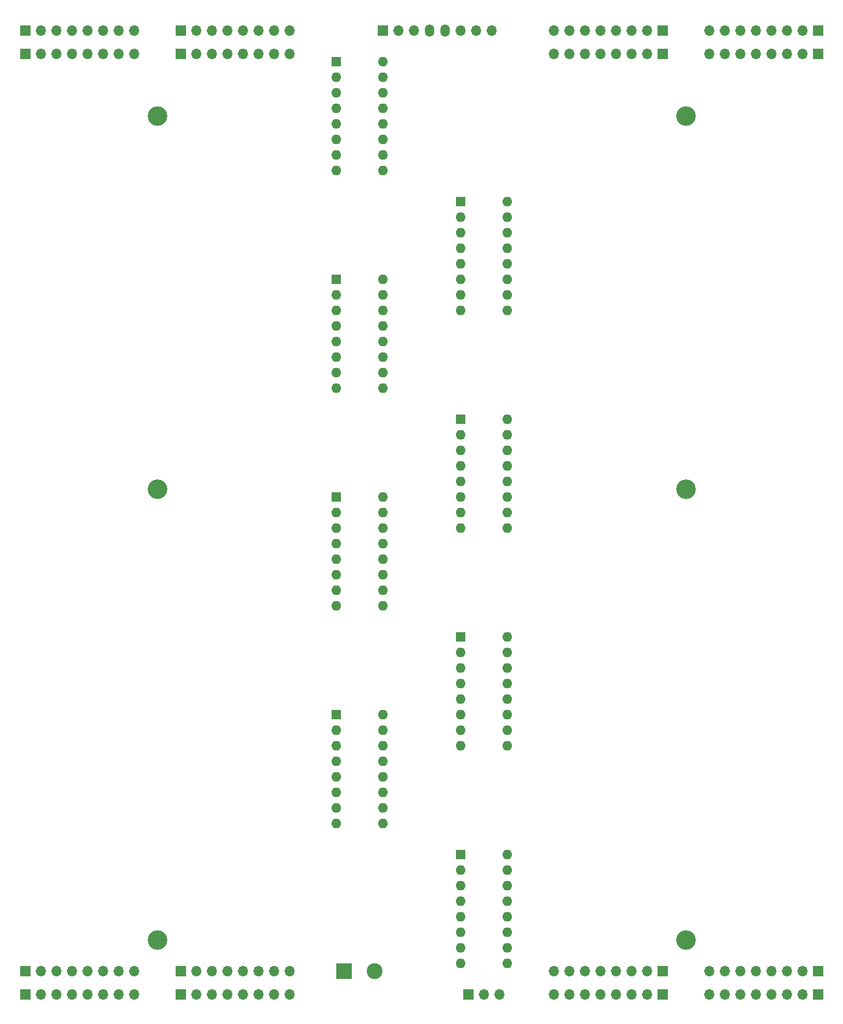
<source format=gbr>
%TF.GenerationSoftware,KiCad,Pcbnew,(5.1.8)-1*%
%TF.CreationDate,2022-05-21T00:33:48+03:00*%
%TF.ProjectId,MUX,4d55582e-6b69-4636-9164-5f7063625858,rev?*%
%TF.SameCoordinates,Original*%
%TF.FileFunction,Soldermask,Bot*%
%TF.FilePolarity,Negative*%
%FSLAX46Y46*%
G04 Gerber Fmt 4.6, Leading zero omitted, Abs format (unit mm)*
G04 Created by KiCad (PCBNEW (5.1.8)-1) date 2022-05-21 00:33:48*
%MOMM*%
%LPD*%
G01*
G04 APERTURE LIST*
%ADD10R,1.700000X1.700000*%
%ADD11O,1.700000X1.700000*%
%ADD12R,1.600000X1.600000*%
%ADD13O,1.600000X1.600000*%
%ADD14R,2.600000X2.600000*%
%ADD15C,2.600000*%
%ADD16O,1.500000X2.000000*%
%ADD17C,3.200000*%
G04 APERTURE END LIST*
D10*
%TO.C,J1*%
X17780000Y-187960000D03*
D11*
X20320000Y-187960000D03*
X22860000Y-187960000D03*
X25400000Y-187960000D03*
X27940000Y-187960000D03*
X30480000Y-187960000D03*
X33020000Y-187960000D03*
X35560000Y-187960000D03*
%TD*%
D10*
%TO.C,J2*%
X121920000Y-30480000D03*
D11*
X119380000Y-30480000D03*
X116840000Y-30480000D03*
X114300000Y-30480000D03*
X111760000Y-30480000D03*
X109220000Y-30480000D03*
X106680000Y-30480000D03*
X104140000Y-30480000D03*
%TD*%
%TO.C,J3*%
X60960000Y-187960000D03*
X58420000Y-187960000D03*
X55880000Y-187960000D03*
X53340000Y-187960000D03*
X50800000Y-187960000D03*
X48260000Y-187960000D03*
X45720000Y-187960000D03*
D10*
X43180000Y-187960000D03*
%TD*%
D11*
%TO.C,J4*%
X129540000Y-30480000D03*
X132080000Y-30480000D03*
X134620000Y-30480000D03*
X137160000Y-30480000D03*
X139700000Y-30480000D03*
X142240000Y-30480000D03*
X144780000Y-30480000D03*
D10*
X147320000Y-30480000D03*
%TD*%
%TO.C,J5*%
X17780000Y-30480000D03*
D11*
X20320000Y-30480000D03*
X22860000Y-30480000D03*
X25400000Y-30480000D03*
X27940000Y-30480000D03*
X30480000Y-30480000D03*
X33020000Y-30480000D03*
X35560000Y-30480000D03*
%TD*%
D10*
%TO.C,J6*%
X121920000Y-187960000D03*
D11*
X119380000Y-187960000D03*
X116840000Y-187960000D03*
X114300000Y-187960000D03*
X111760000Y-187960000D03*
X109220000Y-187960000D03*
X106680000Y-187960000D03*
X104140000Y-187960000D03*
%TD*%
%TO.C,J7*%
X60960000Y-30480000D03*
X58420000Y-30480000D03*
X55880000Y-30480000D03*
X53340000Y-30480000D03*
X50800000Y-30480000D03*
X48260000Y-30480000D03*
X45720000Y-30480000D03*
D10*
X43180000Y-30480000D03*
%TD*%
D11*
%TO.C,J8*%
X129540000Y-187960000D03*
X132080000Y-187960000D03*
X134620000Y-187960000D03*
X137160000Y-187960000D03*
X139700000Y-187960000D03*
X142240000Y-187960000D03*
X144780000Y-187960000D03*
D10*
X147320000Y-187960000D03*
%TD*%
D12*
%TO.C,U1*%
X68580000Y-35560000D03*
D13*
X76200000Y-53340000D03*
X68580000Y-38100000D03*
X76200000Y-50800000D03*
X68580000Y-40640000D03*
X76200000Y-48260000D03*
X68580000Y-43180000D03*
X76200000Y-45720000D03*
X68580000Y-45720000D03*
X76200000Y-43180000D03*
X68580000Y-48260000D03*
X76200000Y-40640000D03*
X68580000Y-50800000D03*
X76200000Y-38100000D03*
X68580000Y-53340000D03*
X76200000Y-35560000D03*
%TD*%
%TO.C,U2*%
X96520000Y-58420000D03*
X88900000Y-76200000D03*
X96520000Y-60960000D03*
X88900000Y-73660000D03*
X96520000Y-63500000D03*
X88900000Y-71120000D03*
X96520000Y-66040000D03*
X88900000Y-68580000D03*
X96520000Y-68580000D03*
X88900000Y-66040000D03*
X96520000Y-71120000D03*
X88900000Y-63500000D03*
X96520000Y-73660000D03*
X88900000Y-60960000D03*
X96520000Y-76200000D03*
D12*
X88900000Y-58420000D03*
%TD*%
%TO.C,U3*%
X68580000Y-71120000D03*
D13*
X76200000Y-88900000D03*
X68580000Y-73660000D03*
X76200000Y-86360000D03*
X68580000Y-76200000D03*
X76200000Y-83820000D03*
X68580000Y-78740000D03*
X76200000Y-81280000D03*
X68580000Y-81280000D03*
X76200000Y-78740000D03*
X68580000Y-83820000D03*
X76200000Y-76200000D03*
X68580000Y-86360000D03*
X76200000Y-73660000D03*
X68580000Y-88900000D03*
X76200000Y-71120000D03*
%TD*%
%TO.C,U4*%
X96520000Y-93980000D03*
X88900000Y-111760000D03*
X96520000Y-96520000D03*
X88900000Y-109220000D03*
X96520000Y-99060000D03*
X88900000Y-106680000D03*
X96520000Y-101600000D03*
X88900000Y-104140000D03*
X96520000Y-104140000D03*
X88900000Y-101600000D03*
X96520000Y-106680000D03*
X88900000Y-99060000D03*
X96520000Y-109220000D03*
X88900000Y-96520000D03*
X96520000Y-111760000D03*
D12*
X88900000Y-93980000D03*
%TD*%
%TO.C,U5*%
X68580000Y-106680000D03*
D13*
X76200000Y-124460000D03*
X68580000Y-109220000D03*
X76200000Y-121920000D03*
X68580000Y-111760000D03*
X76200000Y-119380000D03*
X68580000Y-114300000D03*
X76200000Y-116840000D03*
X68580000Y-116840000D03*
X76200000Y-114300000D03*
X68580000Y-119380000D03*
X76200000Y-111760000D03*
X68580000Y-121920000D03*
X76200000Y-109220000D03*
X68580000Y-124460000D03*
X76200000Y-106680000D03*
%TD*%
%TO.C,U6*%
X96520000Y-129540000D03*
X88900000Y-147320000D03*
X96520000Y-132080000D03*
X88900000Y-144780000D03*
X96520000Y-134620000D03*
X88900000Y-142240000D03*
X96520000Y-137160000D03*
X88900000Y-139700000D03*
X96520000Y-139700000D03*
X88900000Y-137160000D03*
X96520000Y-142240000D03*
X88900000Y-134620000D03*
X96520000Y-144780000D03*
X88900000Y-132080000D03*
X96520000Y-147320000D03*
D12*
X88900000Y-129540000D03*
%TD*%
%TO.C,U7*%
X68580000Y-142240000D03*
D13*
X76200000Y-160020000D03*
X68580000Y-144780000D03*
X76200000Y-157480000D03*
X68580000Y-147320000D03*
X76200000Y-154940000D03*
X68580000Y-149860000D03*
X76200000Y-152400000D03*
X68580000Y-152400000D03*
X76200000Y-149860000D03*
X68580000Y-154940000D03*
X76200000Y-147320000D03*
X68580000Y-157480000D03*
X76200000Y-144780000D03*
X68580000Y-160020000D03*
X76200000Y-142240000D03*
%TD*%
%TO.C,U8*%
X96520000Y-165100000D03*
X88900000Y-182880000D03*
X96520000Y-167640000D03*
X88900000Y-180340000D03*
X96520000Y-170180000D03*
X88900000Y-177800000D03*
X96520000Y-172720000D03*
X88900000Y-175260000D03*
X96520000Y-175260000D03*
X88900000Y-172720000D03*
X96520000Y-177800000D03*
X88900000Y-170180000D03*
X96520000Y-180340000D03*
X88900000Y-167640000D03*
X96520000Y-182880000D03*
D12*
X88900000Y-165100000D03*
%TD*%
D14*
%TO.C,J9*%
X69850000Y-184150000D03*
D15*
X74850000Y-184150000D03*
%TD*%
D10*
%TO.C,J10*%
X90170000Y-187960000D03*
D11*
X92710000Y-187960000D03*
X95250000Y-187960000D03*
%TD*%
D10*
%TO.C,J11*%
X76200000Y-30480000D03*
D11*
X78740000Y-30480000D03*
X81280000Y-30480000D03*
D16*
X83820000Y-30480000D03*
X86360000Y-30480000D03*
D11*
X88900000Y-30480000D03*
X91440000Y-30480000D03*
X93980000Y-30480000D03*
%TD*%
D17*
%TO.C,H1*%
X39370000Y-44450000D03*
%TD*%
%TO.C,H2*%
X39370000Y-105410000D03*
%TD*%
%TO.C,H3*%
X39370000Y-179070000D03*
%TD*%
%TO.C,H4*%
X125730000Y-44450000D03*
%TD*%
%TO.C,H5*%
X125730000Y-105410000D03*
%TD*%
%TO.C,H6*%
X125730000Y-179070000D03*
%TD*%
D10*
%TO.C,J12*%
X17780000Y-184150000D03*
D11*
X20320000Y-184150000D03*
X22860000Y-184150000D03*
X25400000Y-184150000D03*
X27940000Y-184150000D03*
X30480000Y-184150000D03*
X33020000Y-184150000D03*
X35560000Y-184150000D03*
%TD*%
D10*
%TO.C,J13*%
X121920000Y-34290000D03*
D11*
X119380000Y-34290000D03*
X116840000Y-34290000D03*
X114300000Y-34290000D03*
X111760000Y-34290000D03*
X109220000Y-34290000D03*
X106680000Y-34290000D03*
X104140000Y-34290000D03*
%TD*%
%TO.C,J14*%
X60960000Y-184150000D03*
X58420000Y-184150000D03*
X55880000Y-184150000D03*
X53340000Y-184150000D03*
X50800000Y-184150000D03*
X48260000Y-184150000D03*
X45720000Y-184150000D03*
D10*
X43180000Y-184150000D03*
%TD*%
D11*
%TO.C,J15*%
X129540000Y-34290000D03*
X132080000Y-34290000D03*
X134620000Y-34290000D03*
X137160000Y-34290000D03*
X139700000Y-34290000D03*
X142240000Y-34290000D03*
X144780000Y-34290000D03*
D10*
X147320000Y-34290000D03*
%TD*%
%TO.C,J16*%
X17780000Y-34290000D03*
D11*
X20320000Y-34290000D03*
X22860000Y-34290000D03*
X25400000Y-34290000D03*
X27940000Y-34290000D03*
X30480000Y-34290000D03*
X33020000Y-34290000D03*
X35560000Y-34290000D03*
%TD*%
D10*
%TO.C,J17*%
X121920000Y-184150000D03*
D11*
X119380000Y-184150000D03*
X116840000Y-184150000D03*
X114300000Y-184150000D03*
X111760000Y-184150000D03*
X109220000Y-184150000D03*
X106680000Y-184150000D03*
X104140000Y-184150000D03*
%TD*%
%TO.C,J18*%
X60960000Y-34290000D03*
X58420000Y-34290000D03*
X55880000Y-34290000D03*
X53340000Y-34290000D03*
X50800000Y-34290000D03*
X48260000Y-34290000D03*
X45720000Y-34290000D03*
D10*
X43180000Y-34290000D03*
%TD*%
D11*
%TO.C,J19*%
X129540000Y-184150000D03*
X132080000Y-184150000D03*
X134620000Y-184150000D03*
X137160000Y-184150000D03*
X139700000Y-184150000D03*
X142240000Y-184150000D03*
X144780000Y-184150000D03*
D10*
X147320000Y-184150000D03*
%TD*%
M02*

</source>
